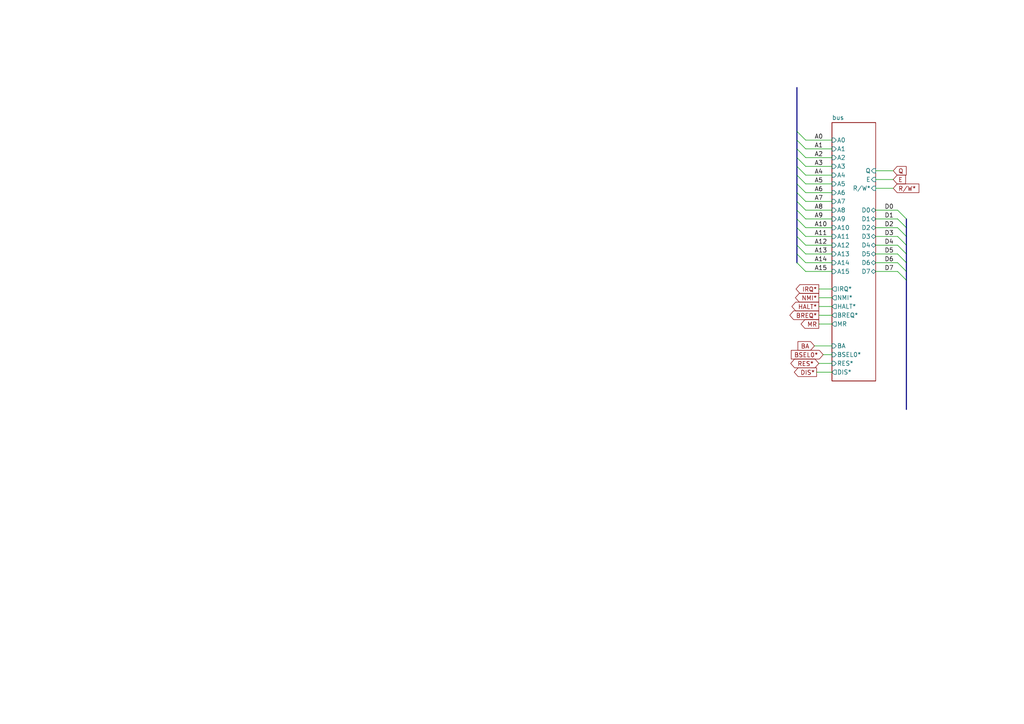
<source format=kicad_sch>
(kicad_sch
	(version 20231120)
	(generator "eeschema")
	(generator_version "8.0")
	(uuid "3e8d381f-0d29-4cd1-adc6-483261ac8509")
	(paper "A4")
	(title_block
		(title "M8 bus and board specification template")
		(date "2024-11-06")
		(rev "1")
		(company "kw")
	)
	(lib_symbols)
	(bus_entry
		(at 231.14 76.2)
		(size 2.54 2.54)
		(stroke
			(width 0)
			(type default)
		)
		(uuid "0dec6d2e-695a-4c3a-b305-5828b0179b14")
	)
	(bus_entry
		(at 231.14 53.34)
		(size 2.54 2.54)
		(stroke
			(width 0)
			(type default)
		)
		(uuid "120ab428-5af8-49c3-966d-b3ee23dc2295")
	)
	(bus_entry
		(at 260.35 68.58)
		(size 2.54 2.54)
		(stroke
			(width 0)
			(type default)
		)
		(uuid "1ebe13ef-c98e-4f41-8243-2ea2f16518c7")
	)
	(bus_entry
		(at 231.14 71.12)
		(size 2.54 2.54)
		(stroke
			(width 0)
			(type default)
		)
		(uuid "20be88e5-4cff-4065-adcd-93565b513a0b")
	)
	(bus_entry
		(at 231.14 50.8)
		(size 2.54 2.54)
		(stroke
			(width 0)
			(type default)
		)
		(uuid "2c8bff9a-c1a2-4596-a465-783b67e2817f")
	)
	(bus_entry
		(at 231.14 45.72)
		(size 2.54 2.54)
		(stroke
			(width 0)
			(type default)
		)
		(uuid "318d3c3e-fd36-41a8-b30a-7e25c246ba9a")
	)
	(bus_entry
		(at 260.35 71.12)
		(size 2.54 2.54)
		(stroke
			(width 0)
			(type default)
		)
		(uuid "3b3dcfac-f914-4a1b-8a33-d8fae8f7bfe5")
	)
	(bus_entry
		(at 231.14 48.26)
		(size 2.54 2.54)
		(stroke
			(width 0)
			(type default)
		)
		(uuid "3fa8f627-a551-493d-8120-8f9ce8ef181a")
	)
	(bus_entry
		(at 231.14 73.66)
		(size 2.54 2.54)
		(stroke
			(width 0)
			(type default)
		)
		(uuid "607b92c3-1058-4b4c-bec1-a14e7e5b2671")
	)
	(bus_entry
		(at 231.14 63.5)
		(size 2.54 2.54)
		(stroke
			(width 0)
			(type default)
		)
		(uuid "62065502-d33a-432a-acae-92e30875ef30")
	)
	(bus_entry
		(at 231.14 68.58)
		(size 2.54 2.54)
		(stroke
			(width 0)
			(type default)
		)
		(uuid "6bc20b13-45ef-442b-810a-60b14036ebf3")
	)
	(bus_entry
		(at 231.14 43.18)
		(size 2.54 2.54)
		(stroke
			(width 0)
			(type default)
		)
		(uuid "72cf5c90-7b66-4e86-998e-b0834d5120b8")
	)
	(bus_entry
		(at 231.14 58.42)
		(size 2.54 2.54)
		(stroke
			(width 0)
			(type default)
		)
		(uuid "83e9e3c2-d5fa-4f0d-b2b7-9c6c7151d2a4")
	)
	(bus_entry
		(at 260.35 60.96)
		(size 2.54 2.54)
		(stroke
			(width 0)
			(type default)
		)
		(uuid "874fa68e-b3b8-4961-9b36-3ef31057934f")
	)
	(bus_entry
		(at 231.14 60.96)
		(size 2.54 2.54)
		(stroke
			(width 0)
			(type default)
		)
		(uuid "8ae484a1-9ff3-4168-b035-8db4d722ccd2")
	)
	(bus_entry
		(at 231.14 55.88)
		(size 2.54 2.54)
		(stroke
			(width 0)
			(type default)
		)
		(uuid "8ceae69d-2cf2-434f-8ca9-b13f44131e54")
	)
	(bus_entry
		(at 260.35 66.04)
		(size 2.54 2.54)
		(stroke
			(width 0)
			(type default)
		)
		(uuid "90839a10-1748-447b-a8f6-5d8ba82ecd35")
	)
	(bus_entry
		(at 260.35 76.2)
		(size 2.54 2.54)
		(stroke
			(width 0)
			(type default)
		)
		(uuid "a6cad0c5-b73e-49ed-828b-b0c086d3bd08")
	)
	(bus_entry
		(at 231.14 38.1)
		(size 2.54 2.54)
		(stroke
			(width 0)
			(type default)
		)
		(uuid "b5667950-18dd-4a2c-adb0-71b6053b5d9f")
	)
	(bus_entry
		(at 260.35 63.5)
		(size 2.54 2.54)
		(stroke
			(width 0)
			(type default)
		)
		(uuid "b5e67cd4-159b-4582-9d53-9eabeaf539a0")
	)
	(bus_entry
		(at 260.35 73.66)
		(size 2.54 2.54)
		(stroke
			(width 0)
			(type default)
		)
		(uuid "b6a79f97-e6c2-47fa-9213-84abd85a9895")
	)
	(bus_entry
		(at 231.14 40.64)
		(size 2.54 2.54)
		(stroke
			(width 0)
			(type default)
		)
		(uuid "e98acb22-e0de-443c-965e-10558929a58e")
	)
	(bus_entry
		(at 231.14 66.04)
		(size 2.54 2.54)
		(stroke
			(width 0)
			(type default)
		)
		(uuid "ebd06bc3-41fd-4203-8e58-c424da999e00")
	)
	(bus_entry
		(at 260.35 78.74)
		(size 2.54 2.54)
		(stroke
			(width 0)
			(type default)
		)
		(uuid "f6fced90-3256-4881-845f-bc5b969c129d")
	)
	(bus
		(pts
			(xy 231.14 55.88) (xy 231.14 58.42)
		)
		(stroke
			(width 0)
			(type default)
		)
		(uuid "016d9fd7-9508-4105-9f05-853a83c69d99")
	)
	(bus
		(pts
			(xy 262.89 71.12) (xy 262.89 73.66)
		)
		(stroke
			(width 0)
			(type default)
		)
		(uuid "01a1fee0-7734-4ea2-98b3-7691ab3b4901")
	)
	(wire
		(pts
			(xy 233.68 55.88) (xy 241.3 55.88)
		)
		(stroke
			(width 0)
			(type default)
		)
		(uuid "043085cc-a0e5-45e4-a06a-8f705eee1577")
	)
	(bus
		(pts
			(xy 231.14 45.72) (xy 231.14 48.26)
		)
		(stroke
			(width 0)
			(type default)
		)
		(uuid "06bad009-59c1-497d-8972-d6096da8dba8")
	)
	(bus
		(pts
			(xy 262.89 73.66) (xy 262.89 76.2)
		)
		(stroke
			(width 0)
			(type default)
		)
		(uuid "1a49aafc-c630-4a1a-9e07-f31906b67a8f")
	)
	(wire
		(pts
			(xy 237.49 93.98) (xy 241.3 93.98)
		)
		(stroke
			(width 0)
			(type default)
		)
		(uuid "20423ae8-7a8f-4000-887d-946f43ae6f58")
	)
	(wire
		(pts
			(xy 254 60.96) (xy 260.35 60.96)
		)
		(stroke
			(width 0)
			(type default)
		)
		(uuid "247760d3-1c70-4430-ad05-cc57c7962f92")
	)
	(wire
		(pts
			(xy 237.49 83.82) (xy 241.3 83.82)
		)
		(stroke
			(width 0)
			(type default)
		)
		(uuid "25454718-eb3b-4786-9227-d006e8bbc603")
	)
	(bus
		(pts
			(xy 262.89 81.28) (xy 262.89 118.745)
		)
		(stroke
			(width 0)
			(type default)
		)
		(uuid "25baeaef-1652-4344-8e41-584cfd2fbfa9")
	)
	(wire
		(pts
			(xy 233.68 73.66) (xy 241.3 73.66)
		)
		(stroke
			(width 0)
			(type default)
		)
		(uuid "2726b756-9e31-4e50-91a8-d1bc86ffbac0")
	)
	(bus
		(pts
			(xy 262.89 63.5) (xy 262.89 66.04)
		)
		(stroke
			(width 0)
			(type default)
		)
		(uuid "2d50b438-bc57-49ba-9b4d-47f3d9f1d304")
	)
	(wire
		(pts
			(xy 254 68.58) (xy 260.35 68.58)
		)
		(stroke
			(width 0)
			(type default)
		)
		(uuid "2e01e73f-e47e-4903-8ca1-737298ebcb46")
	)
	(wire
		(pts
			(xy 233.68 45.72) (xy 241.3 45.72)
		)
		(stroke
			(width 0)
			(type default)
		)
		(uuid "2f956fa5-a649-4716-ae24-245ddb829978")
	)
	(wire
		(pts
			(xy 233.68 68.58) (xy 241.3 68.58)
		)
		(stroke
			(width 0)
			(type default)
		)
		(uuid "322ad630-6b28-42c1-a4be-b1415b5b9a1e")
	)
	(bus
		(pts
			(xy 231.14 38.1) (xy 231.14 25.4)
		)
		(stroke
			(width 0)
			(type default)
		)
		(uuid "39a31cdb-9468-4a36-9cb3-227d2dffc20e")
	)
	(wire
		(pts
			(xy 254 66.04) (xy 260.35 66.04)
		)
		(stroke
			(width 0)
			(type default)
		)
		(uuid "3f702db2-18a9-4e0e-a511-2da70d526e46")
	)
	(bus
		(pts
			(xy 262.89 68.58) (xy 262.89 71.12)
		)
		(stroke
			(width 0)
			(type default)
		)
		(uuid "4158b8ff-c96c-4726-bb3f-2fe64613d2f5")
	)
	(bus
		(pts
			(xy 231.14 38.1) (xy 231.14 40.64)
		)
		(stroke
			(width 0)
			(type default)
		)
		(uuid "4180dd7f-c1cd-43d5-a50d-db574174bbc6")
	)
	(bus
		(pts
			(xy 231.14 40.64) (xy 231.14 43.18)
		)
		(stroke
			(width 0)
			(type default)
		)
		(uuid "4255fd29-8574-4f68-b07b-d2df71022cee")
	)
	(wire
		(pts
			(xy 236.855 107.95) (xy 241.3 107.95)
		)
		(stroke
			(width 0)
			(type default)
		)
		(uuid "4401f3d1-f592-40db-9e14-111207cc5c3d")
	)
	(bus
		(pts
			(xy 231.14 71.12) (xy 231.14 73.66)
		)
		(stroke
			(width 0)
			(type default)
		)
		(uuid "4f211edc-5aca-477d-b786-f95f541cef16")
	)
	(wire
		(pts
			(xy 236.22 100.33) (xy 241.3 100.33)
		)
		(stroke
			(width 0)
			(type default)
		)
		(uuid "51c3d59d-7a83-446c-a5fb-956862d2d6c4")
	)
	(bus
		(pts
			(xy 231.14 63.5) (xy 231.14 66.04)
		)
		(stroke
			(width 0)
			(type default)
		)
		(uuid "5266f9e5-1c18-4a66-ba15-e5aff869f615")
	)
	(wire
		(pts
			(xy 237.49 88.9) (xy 241.3 88.9)
		)
		(stroke
			(width 0)
			(type default)
		)
		(uuid "583da812-7cc1-4162-bde8-20955ab75fb3")
	)
	(bus
		(pts
			(xy 262.89 78.74) (xy 262.89 81.28)
		)
		(stroke
			(width 0)
			(type default)
		)
		(uuid "5f821798-0ac8-46af-a92f-7d7d37a2ca67")
	)
	(wire
		(pts
			(xy 254 49.53) (xy 259.08 49.53)
		)
		(stroke
			(width 0)
			(type default)
		)
		(uuid "60a269d5-c18a-42bc-9cb5-21f681dbbdc4")
	)
	(bus
		(pts
			(xy 231.14 73.66) (xy 231.14 76.2)
		)
		(stroke
			(width 0)
			(type default)
		)
		(uuid "676f6d3e-948e-4106-af96-84ea86485275")
	)
	(bus
		(pts
			(xy 231.14 48.26) (xy 231.14 50.8)
		)
		(stroke
			(width 0)
			(type default)
		)
		(uuid "724bd06f-a4ff-47d8-bd9d-188d8a39cf15")
	)
	(bus
		(pts
			(xy 231.14 50.8) (xy 231.14 53.34)
		)
		(stroke
			(width 0)
			(type default)
		)
		(uuid "77fc9a17-788f-4eec-9732-b05d40054ae3")
	)
	(wire
		(pts
			(xy 254 78.74) (xy 260.35 78.74)
		)
		(stroke
			(width 0)
			(type default)
		)
		(uuid "7faf65a0-bcf6-4d62-ac4b-9f9a919160e8")
	)
	(wire
		(pts
			(xy 238.76 102.87) (xy 241.3 102.87)
		)
		(stroke
			(width 0)
			(type default)
		)
		(uuid "83e61f22-2b41-4e26-a3b2-14b3f26235d8")
	)
	(bus
		(pts
			(xy 231.14 66.04) (xy 231.14 68.58)
		)
		(stroke
			(width 0)
			(type default)
		)
		(uuid "84a7aeec-07dc-4051-8127-1d58777664d9")
	)
	(wire
		(pts
			(xy 254 52.07) (xy 259.08 52.07)
		)
		(stroke
			(width 0)
			(type default)
		)
		(uuid "8558b50d-a283-4124-a054-acd7d1c82a65")
	)
	(wire
		(pts
			(xy 233.68 43.18) (xy 241.3 43.18)
		)
		(stroke
			(width 0)
			(type default)
		)
		(uuid "8999508b-b212-416a-882b-94474959631a")
	)
	(bus
		(pts
			(xy 231.14 68.58) (xy 231.14 71.12)
		)
		(stroke
			(width 0)
			(type default)
		)
		(uuid "9060daa9-73f4-4311-aed0-db34d8ed572c")
	)
	(wire
		(pts
			(xy 233.68 66.04) (xy 241.3 66.04)
		)
		(stroke
			(width 0)
			(type default)
		)
		(uuid "933476d0-c1a2-4eb1-b815-a82241e46293")
	)
	(wire
		(pts
			(xy 237.49 105.41) (xy 241.3 105.41)
		)
		(stroke
			(width 0)
			(type default)
		)
		(uuid "9920f509-7bf7-47f6-98c0-a3530c922296")
	)
	(wire
		(pts
			(xy 254 73.66) (xy 260.35 73.66)
		)
		(stroke
			(width 0)
			(type default)
		)
		(uuid "9a3c80a5-3187-4f75-8274-827b409aa0d1")
	)
	(wire
		(pts
			(xy 233.68 50.8) (xy 241.3 50.8)
		)
		(stroke
			(width 0)
			(type default)
		)
		(uuid "9c0ed311-6bb8-4d34-9f5c-351dc48d9554")
	)
	(wire
		(pts
			(xy 233.68 40.64) (xy 241.3 40.64)
		)
		(stroke
			(width 0)
			(type default)
		)
		(uuid "a6b2bbe1-2187-4c30-9fa3-36f0d154e375")
	)
	(wire
		(pts
			(xy 254 54.61) (xy 259.08 54.61)
		)
		(stroke
			(width 0)
			(type default)
		)
		(uuid "a7cd4eca-23f3-4f95-8079-7b99bbed36d0")
	)
	(bus
		(pts
			(xy 231.14 53.34) (xy 231.14 55.88)
		)
		(stroke
			(width 0)
			(type default)
		)
		(uuid "ab60d457-96c0-44d9-b777-84556f628460")
	)
	(wire
		(pts
			(xy 254 71.12) (xy 260.35 71.12)
		)
		(stroke
			(width 0)
			(type default)
		)
		(uuid "b73ff5a2-4f14-415f-b185-1161ffcad3dc")
	)
	(wire
		(pts
			(xy 233.68 63.5) (xy 241.3 63.5)
		)
		(stroke
			(width 0)
			(type default)
		)
		(uuid "b7942ab2-235a-4432-9504-7b996ae4a7e0")
	)
	(bus
		(pts
			(xy 231.14 60.96) (xy 231.14 63.5)
		)
		(stroke
			(width 0)
			(type default)
		)
		(uuid "b8c63d14-af65-453a-8fc6-0df5dc0c628e")
	)
	(wire
		(pts
			(xy 233.68 58.42) (xy 241.3 58.42)
		)
		(stroke
			(width 0)
			(type default)
		)
		(uuid "c1f621d5-b038-4c30-80ca-f63ff659fd32")
	)
	(wire
		(pts
			(xy 237.49 91.44) (xy 241.3 91.44)
		)
		(stroke
			(width 0)
			(type default)
		)
		(uuid "c29c1cda-1d62-4d31-b95b-f5dc8dd1c901")
	)
	(wire
		(pts
			(xy 233.68 71.12) (xy 241.3 71.12)
		)
		(stroke
			(width 0)
			(type default)
		)
		(uuid "cb7afe0e-56c1-4e20-aa15-5069ef635dde")
	)
	(bus
		(pts
			(xy 262.89 76.2) (xy 262.89 78.74)
		)
		(stroke
			(width 0)
			(type default)
		)
		(uuid "d2947902-92ce-4c12-99c9-a7b01de08eb9")
	)
	(wire
		(pts
			(xy 254 76.2) (xy 260.35 76.2)
		)
		(stroke
			(width 0)
			(type default)
		)
		(uuid "d7bbd3b4-1823-4af5-b28e-b629feb7f69d")
	)
	(wire
		(pts
			(xy 237.49 86.36) (xy 241.3 86.36)
		)
		(stroke
			(width 0)
			(type default)
		)
		(uuid "decbc31c-7401-4524-b84e-6f36e26a40bc")
	)
	(bus
		(pts
			(xy 231.14 58.42) (xy 231.14 60.96)
		)
		(stroke
			(width 0)
			(type default)
		)
		(uuid "e47b767f-80a9-42b0-b712-35f1dbf3822a")
	)
	(bus
		(pts
			(xy 231.14 43.18) (xy 231.14 45.72)
		)
		(stroke
			(width 0)
			(type default)
		)
		(uuid "e67ec9d8-d965-4b2e-bf18-02e967b0e229")
	)
	(wire
		(pts
			(xy 233.68 53.34) (xy 241.3 53.34)
		)
		(stroke
			(width 0)
			(type default)
		)
		(uuid "ec1dbf62-003b-4c55-8f1e-2bbcbdaca1bb")
	)
	(wire
		(pts
			(xy 233.68 60.96) (xy 241.3 60.96)
		)
		(stroke
			(width 0)
			(type default)
		)
		(uuid "ee6897bd-9063-4f26-bb87-693b169bc4da")
	)
	(wire
		(pts
			(xy 233.68 78.74) (xy 241.3 78.74)
		)
		(stroke
			(width 0)
			(type default)
		)
		(uuid "ef111c03-4035-497e-a834-ad9340b508e4")
	)
	(wire
		(pts
			(xy 233.68 48.26) (xy 241.3 48.26)
		)
		(stroke
			(width 0)
			(type default)
		)
		(uuid "f61e18f9-c15c-4e4d-af04-6532e5e8a6a3")
	)
	(wire
		(pts
			(xy 254 63.5) (xy 260.35 63.5)
		)
		(stroke
			(width 0)
			(type default)
		)
		(uuid "fc67f35a-89a9-415e-a59f-7a8376c71607")
	)
	(bus
		(pts
			(xy 262.89 66.04) (xy 262.89 68.58)
		)
		(stroke
			(width 0)
			(type default)
		)
		(uuid "fc728d39-8cd1-4054-9d21-e1f56dc44636")
	)
	(wire
		(pts
			(xy 233.68 76.2) (xy 241.3 76.2)
		)
		(stroke
			(width 0)
			(type default)
		)
		(uuid "fc798677-816e-4df9-be09-9ddbf6b78cd6")
	)
	(label "A4"
		(at 236.22 50.8 0)
		(fields_autoplaced yes)
		(effects
			(font
				(size 1.27 1.27)
			)
			(justify left bottom)
		)
		(uuid "134f664f-faad-4673-8cdb-16fe141bb292")
	)
	(label "D1"
		(at 256.54 63.5 0)
		(fields_autoplaced yes)
		(effects
			(font
				(size 1.27 1.27)
			)
			(justify left bottom)
		)
		(uuid "1e4d5f10-2aa7-4c39-9a4a-01d8598b15dc")
	)
	(label "A9"
		(at 236.22 63.5 0)
		(fields_autoplaced yes)
		(effects
			(font
				(size 1.27 1.27)
			)
			(justify left bottom)
		)
		(uuid "47b44a5b-8086-42f8-a64d-e386f7a2b25e")
	)
	(label "A8"
		(at 236.22 60.96 0)
		(fields_autoplaced yes)
		(effects
			(font
				(size 1.27 1.27)
			)
			(justify left bottom)
		)
		(uuid "4a86192d-e7b8-420e-800c-d247ee8173d8")
	)
	(label "A11"
		(at 236.22 68.58 0)
		(fields_autoplaced yes)
		(effects
			(font
				(size 1.27 1.27)
			)
			(justify left bottom)
		)
		(uuid "4f23ed25-0dd2-441e-9bb9-9903bea5738c")
	)
	(label "D3"
		(at 256.54 68.58 0)
		(fields_autoplaced yes)
		(effects
			(font
				(size 1.27 1.27)
			)
			(justify left bottom)
		)
		(uuid "4f455e2e-d8b6-4273-b9a0-5eb4136480ed")
	)
	(label "A7"
		(at 236.22 58.42 0)
		(fields_autoplaced yes)
		(effects
			(font
				(size 1.27 1.27)
			)
			(justify left bottom)
		)
		(uuid "56eb33b3-8256-4ce4-a240-6502f380164e")
	)
	(label "D5"
		(at 256.54 73.66 0)
		(fields_autoplaced yes)
		(effects
			(font
				(size 1.27 1.27)
			)
			(justify left bottom)
		)
		(uuid "58336af7-28b6-4a42-9cd3-4edbcc7ccbc8")
	)
	(label "A12"
		(at 236.22 71.12 0)
		(fields_autoplaced yes)
		(effects
			(font
				(size 1.27 1.27)
			)
			(justify left bottom)
		)
		(uuid "6e8c1976-fbdc-4798-b1e1-9b144cc05c81")
	)
	(label "D2"
		(at 256.54 66.04 0)
		(fields_autoplaced yes)
		(effects
			(font
				(size 1.27 1.27)
			)
			(justify left bottom)
		)
		(uuid "852a7f13-03e6-4556-9a36-89b1f3c150c3")
	)
	(label "A10"
		(at 236.22 66.04 0)
		(fields_autoplaced yes)
		(effects
			(font
				(size 1.27 1.27)
			)
			(justify left bottom)
		)
		(uuid "8d43bd77-9e61-4633-8e3a-6c65963e5f17")
	)
	(label "A13"
		(at 236.22 73.66 0)
		(fields_autoplaced yes)
		(effects
			(font
				(size 1.27 1.27)
			)
			(justify left bottom)
		)
		(uuid "90a2bd45-5612-4657-abdb-7c6c5d03ae71")
	)
	(label "D6"
		(at 256.54 76.2 0)
		(fields_autoplaced yes)
		(effects
			(font
				(size 1.27 1.27)
			)
			(justify left bottom)
		)
		(uuid "9395aab0-a10a-441b-a06c-92221413aece")
	)
	(label "A6"
		(at 236.22 55.88 0)
		(fields_autoplaced yes)
		(effects
			(font
				(size 1.27 1.27)
			)
			(justify left bottom)
		)
		(uuid "9f22f618-b6d4-4bd5-8af7-ec63a56e40f4")
	)
	(label "A15"
		(at 236.22 78.74 0)
		(fields_autoplaced yes)
		(effects
			(font
				(size 1.27 1.27)
			)
			(justify left bottom)
		)
		(uuid "a34b843d-3aec-4e53-882e-2b8a575b7cb0")
	)
	(label "A1"
		(at 236.22 43.18 0)
		(fields_autoplaced yes)
		(effects
			(font
				(size 1.27 1.27)
			)
			(justify left bottom)
		)
		(uuid "b1dc1f6e-c402-4248-9f02-7727184aaa3e")
	)
	(label "A14"
		(at 236.22 76.2 0)
		(fields_autoplaced yes)
		(effects
			(font
				(size 1.27 1.27)
			)
			(justify left bottom)
		)
		(uuid "b28cd8d9-7da2-437a-a95b-721bcbf20dc1")
	)
	(label "A0"
		(at 236.22 40.64 0)
		(fields_autoplaced yes)
		(effects
			(font
				(size 1.27 1.27)
			)
			(justify left bottom)
		)
		(uuid "c1b13321-5ff3-490b-bd58-717279bb0bb8")
	)
	(label "A2"
		(at 236.22 45.72 0)
		(fields_autoplaced yes)
		(effects
			(font
				(size 1.27 1.27)
			)
			(justify left bottom)
		)
		(uuid "c280207c-6925-46f0-b2b7-2cb08d767feb")
	)
	(label "A3"
		(at 236.22 48.26 0)
		(fields_autoplaced yes)
		(effects
			(font
				(size 1.27 1.27)
			)
			(justify left bottom)
		)
		(uuid "cd68bf29-ae69-421b-be40-af251640a7d8")
	)
	(label "D4"
		(at 256.54 71.12 0)
		(fields_autoplaced yes)
		(effects
			(font
				(size 1.27 1.27)
			)
			(justify left bottom)
		)
		(uuid "d4c7928a-04e6-4f5b-bef8-26623a15940b")
	)
	(label "D7"
		(at 256.54 78.74 0)
		(fields_autoplaced yes)
		(effects
			(font
				(size 1.27 1.27)
			)
			(justify left bottom)
		)
		(uuid "dfdb886f-82d6-442c-b1e2-c75bee25db2b")
	)
	(label "A5"
		(at 236.22 53.34 0)
		(fields_autoplaced yes)
		(effects
			(font
				(size 1.27 1.27)
			)
			(justify left bottom)
		)
		(uuid "f219e2e7-db4c-417e-9e11-1f219fb66732")
	)
	(label "D0"
		(at 256.54 60.96 0)
		(fields_autoplaced yes)
		(effects
			(font
				(size 1.27 1.27)
			)
			(justify left bottom)
		)
		(uuid "f3de90e5-5fc1-4cba-b847-03f17b313591")
	)
	(global_label "E"
		(shape input)
		(at 259.08 52.07 0)
		(fields_autoplaced yes)
		(effects
			(font
				(size 1.27 1.27)
			)
			(justify left)
		)
		(uuid "0d3b1e2c-141c-4916-9013-c2cb0feebac3")
		(property "Intersheetrefs" "${INTERSHEET_REFS}"
			(at 262.6421 51.9906 0)
			(effects
				(font
					(size 1.27 1.27)
				)
				(justify left)
				(hide yes)
			)
		)
	)
	(global_label "DIS*"
		(shape output)
		(at 236.855 107.95 180)
		(fields_autoplaced yes)
		(effects
			(font
				(size 1.27 1.27)
			)
			(justify right)
		)
		(uuid "16d265da-b3e0-4de8-9856-11def53dcd36")
		(property "Intersheetrefs" "${INTERSHEET_REFS}"
			(at 229.8179 107.95 0)
			(effects
				(font
					(size 1.27 1.27)
				)
				(justify right)
				(hide yes)
			)
		)
	)
	(global_label "HALT*"
		(shape output)
		(at 237.49 88.9 180)
		(fields_autoplaced yes)
		(effects
			(font
				(size 1.27 1.27)
			)
			(justify right)
		)
		(uuid "1deb2202-bcf8-45d2-8311-d5516c135674")
		(property "Intersheetrefs" "${INTERSHEET_REFS}"
			(at 229.6945 88.8206 0)
			(effects
				(font
					(size 1.27 1.27)
				)
				(justify right)
				(hide yes)
			)
		)
	)
	(global_label "Q"
		(shape input)
		(at 259.08 49.53 0)
		(fields_autoplaced yes)
		(effects
			(font
				(size 1.27 1.27)
			)
			(justify left)
		)
		(uuid "46e1b3f0-e6e1-4923-8486-6e8ecc445c58")
		(property "Intersheetrefs" "${INTERSHEET_REFS}"
			(at 263.3957 49.53 0)
			(effects
				(font
					(size 1.27 1.27)
				)
				(justify left)
				(hide yes)
			)
		)
	)
	(global_label "BSEL0*"
		(shape input)
		(at 238.76 102.87 180)
		(fields_autoplaced yes)
		(effects
			(font
				(size 1.27 1.27)
			)
			(justify right)
		)
		(uuid "49dfcd10-2f13-4b9b-aaa8-f87cec1bccb5")
		(property "Intersheetrefs" "${INTERSHEET_REFS}"
			(at 228.9411 102.87 0)
			(effects
				(font
					(size 1.27 1.27)
				)
				(justify right)
				(hide yes)
			)
		)
	)
	(global_label "NMI*"
		(shape output)
		(at 237.49 86.36 180)
		(fields_autoplaced yes)
		(effects
			(font
				(size 1.27 1.27)
			)
			(justify right)
		)
		(uuid "4b399d62-895b-49a9-8fc9-27e0f7c39217")
		(property "Intersheetrefs" "${INTERSHEET_REFS}"
			(at 230.7226 86.2806 0)
			(effects
				(font
					(size 1.27 1.27)
				)
				(justify right)
				(hide yes)
			)
		)
	)
	(global_label "R{slash}W*"
		(shape input)
		(at 259.08 54.61 0)
		(fields_autoplaced yes)
		(effects
			(font
				(size 1.27 1.27)
			)
			(justify left)
		)
		(uuid "62556ec4-0e76-49c5-920a-1d30d417368f")
		(property "Intersheetrefs" "${INTERSHEET_REFS}"
			(at 266.5126 54.5306 0)
			(effects
				(font
					(size 1.27 1.27)
				)
				(justify left)
				(hide yes)
			)
		)
	)
	(global_label "MR"
		(shape output)
		(at 237.49 93.98 180)
		(fields_autoplaced yes)
		(effects
			(font
				(size 1.27 1.27)
			)
			(justify right)
		)
		(uuid "8f77e68d-645a-426e-98f0-305ad02082c8")
		(property "Intersheetrefs" "${INTERSHEET_REFS}"
			(at 232.3555 93.9006 0)
			(effects
				(font
					(size 1.27 1.27)
				)
				(justify right)
				(hide yes)
			)
		)
	)
	(global_label "BREQ*"
		(shape output)
		(at 237.49 91.44 180)
		(fields_autoplaced yes)
		(effects
			(font
				(size 1.27 1.27)
			)
			(justify right)
		)
		(uuid "9661eba3-51dd-40a8-8489-c0748cbb51bf")
		(property "Intersheetrefs" "${INTERSHEET_REFS}"
			(at 228.5177 91.44 0)
			(effects
				(font
					(size 1.27 1.27)
				)
				(justify right)
				(hide yes)
			)
		)
	)
	(global_label "RES*"
		(shape bidirectional)
		(at 237.49 105.41 180)
		(fields_autoplaced yes)
		(effects
			(font
				(size 1.27 1.27)
			)
			(justify right)
		)
		(uuid "acab979a-3583-4eef-ab7f-428b9169e634")
		(property "Intersheetrefs" "${INTERSHEET_REFS}"
			(at 230.4807 105.3306 0)
			(effects
				(font
					(size 1.27 1.27)
				)
				(justify right)
				(hide yes)
			)
		)
	)
	(global_label "IRQ*"
		(shape output)
		(at 237.49 83.82 180)
		(fields_autoplaced yes)
		(effects
			(font
				(size 1.27 1.27)
			)
			(justify right)
		)
		(uuid "b44d46e7-1afc-4642-8806-66f02e2705ca")
		(property "Intersheetrefs" "${INTERSHEET_REFS}"
			(at 230.3319 83.82 0)
			(effects
				(font
					(size 1.27 1.27)
				)
				(justify right)
				(hide yes)
			)
		)
	)
	(global_label "BA"
		(shape input)
		(at 236.22 100.33 180)
		(fields_autoplaced yes)
		(effects
			(font
				(size 1.27 1.27)
			)
			(justify right)
		)
		(uuid "ffc4db87-8176-40bb-b201-699e82a0a8f4")
		(property "Intersheetrefs" "${INTERSHEET_REFS}"
			(at 231.4483 100.2506 0)
			(effects
				(font
					(size 1.27 1.27)
				)
				(justify right)
				(hide yes)
			)
		)
	)
	(sheet
		(at 241.3 35.56)
		(size 12.7 74.93)
		(fields_autoplaced yes)
		(stroke
			(width 0.1524)
			(type solid)
		)
		(fill
			(color 0 0 0 0.0000)
		)
		(uuid "af1e41a5-a854-4edc-8e2c-44661f7ac4cf")
		(property "Sheetname" "bus"
			(at 241.3 34.8484 0)
			(effects
				(font
					(size 1.27 1.27)
				)
				(justify left bottom)
			)
		)
		(property "Sheetfile" "bus_sch.kicad_sch"
			(at 241.3 111.0746 0)
			(effects
				(font
					(size 1.27 1.27)
				)
				(justify left top)
				(hide yes)
			)
		)
		(pin "A15" input
			(at 241.3 78.74 180)
			(effects
				(font
					(size 1.27 1.27)
				)
				(justify left)
			)
			(uuid "c4e0b195-5fe1-401a-9ebb-6af75c07faf4")
		)
		(pin "HALT*" output
			(at 241.3 88.9 180)
			(effects
				(font
					(size 1.27 1.27)
				)
				(justify left)
			)
			(uuid "583aea52-33b8-4c0f-b9b9-2e6d32b7619e")
		)
		(pin "A13" input
			(at 241.3 73.66 180)
			(effects
				(font
					(size 1.27 1.27)
				)
				(justify left)
			)
			(uuid "1651e2be-f6a0-42d8-b966-3611c83e51d9")
		)
		(pin "A12" input
			(at 241.3 71.12 180)
			(effects
				(font
					(size 1.27 1.27)
				)
				(justify left)
			)
			(uuid "97b42d25-e8ef-4cce-8b23-9b6436401edc")
		)
		(pin "A14" input
			(at 241.3 76.2 180)
			(effects
				(font
					(size 1.27 1.27)
				)
				(justify left)
			)
			(uuid "c50ef366-f77f-41ec-97dc-a858dea3dde5")
		)
		(pin "DIS*" output
			(at 241.3 107.95 180)
			(effects
				(font
					(size 1.27 1.27)
				)
				(justify left)
			)
			(uuid "32741d8f-ba6b-4453-974d-d7fcaf880220")
		)
		(pin "D7" bidirectional
			(at 254 78.74 0)
			(effects
				(font
					(size 1.27 1.27)
				)
				(justify right)
			)
			(uuid "b96d5f1b-f9f9-4e5e-98ed-2bec99e501f4")
		)
		(pin "D1" bidirectional
			(at 254 63.5 0)
			(effects
				(font
					(size 1.27 1.27)
				)
				(justify right)
			)
			(uuid "6969e487-0e07-450b-8285-609c924f815d")
		)
		(pin "D0" bidirectional
			(at 254 60.96 0)
			(effects
				(font
					(size 1.27 1.27)
				)
				(justify right)
			)
			(uuid "63387dfa-a70a-4d73-8b4b-01f875851e4d")
		)
		(pin "D2" bidirectional
			(at 254 66.04 0)
			(effects
				(font
					(size 1.27 1.27)
				)
				(justify right)
			)
			(uuid "1c6f7657-2b27-4db9-9387-3988bae223d6")
		)
		(pin "D6" bidirectional
			(at 254 76.2 0)
			(effects
				(font
					(size 1.27 1.27)
				)
				(justify right)
			)
			(uuid "cb1acb07-54f5-4cf5-84a7-7351f4e84fd2")
		)
		(pin "D4" bidirectional
			(at 254 71.12 0)
			(effects
				(font
					(size 1.27 1.27)
				)
				(justify right)
			)
			(uuid "29976117-1102-449a-8f19-9aeb2d20c878")
		)
		(pin "D5" bidirectional
			(at 254 73.66 0)
			(effects
				(font
					(size 1.27 1.27)
				)
				(justify right)
			)
			(uuid "972893e0-e0fb-405d-b923-addcf51f24a7")
		)
		(pin "D3" bidirectional
			(at 254 68.58 0)
			(effects
				(font
					(size 1.27 1.27)
				)
				(justify right)
			)
			(uuid "893513d3-0527-408d-b2dd-66708c18d6cd")
		)
		(pin "A5" input
			(at 241.3 53.34 180)
			(effects
				(font
					(size 1.27 1.27)
				)
				(justify left)
			)
			(uuid "6ccb2a77-bf8a-4b30-b227-1ae1365926e5")
		)
		(pin "A6" input
			(at 241.3 55.88 180)
			(effects
				(font
					(size 1.27 1.27)
				)
				(justify left)
			)
			(uuid "12607205-2837-47ab-9e72-34794df21b7a")
		)
		(pin "A7" input
			(at 241.3 58.42 180)
			(effects
				(font
					(size 1.27 1.27)
				)
				(justify left)
			)
			(uuid "6ad67bfb-333d-4f66-a114-9fde251599f0")
		)
		(pin "A8" input
			(at 241.3 60.96 180)
			(effects
				(font
					(size 1.27 1.27)
				)
				(justify left)
			)
			(uuid "0c81d77e-24f7-4624-bf45-dde543495c3b")
		)
		(pin "A9" input
			(at 241.3 63.5 180)
			(effects
				(font
					(size 1.27 1.27)
				)
				(justify left)
			)
			(uuid "e7c924c1-bc5c-4063-96ee-a95a7710a821")
		)
		(pin "BA" input
			(at 241.3 100.33 180)
			(effects
				(font
					(size 1.27 1.27)
				)
				(justify left)
			)
			(uuid "83067e9b-4fda-4c16-bc1f-4a1ba5179141")
		)
		(pin "RES*" input
			(at 241.3 105.41 180)
			(effects
				(font
					(size 1.27 1.27)
				)
				(justify left)
			)
			(uuid "df88b678-d327-44ad-b50e-fbe5ea51a281")
		)
		(pin "R{slash}W*" input
			(at 254 54.61 0)
			(effects
				(font
					(size 1.27 1.27)
				)
				(justify right)
			)
			(uuid "4d5e2274-89cd-4ad7-ba0b-dbdd7b2f562d")
		)
		(pin "E" input
			(at 254 52.07 0)
			(effects
				(font
					(size 1.27 1.27)
				)
				(justify right)
			)
			(uuid "b4a7886a-2956-4718-9a47-7c41c8513cf4")
		)
		(pin "A0" input
			(at 241.3 40.64 180)
			(effects
				(font
					(size 1.27 1.27)
				)
				(justify left)
			)
			(uuid "946218ff-0255-4ab9-8fc1-d4b128998019")
		)
		(pin "A4" input
			(at 241.3 50.8 180)
			(effects
				(font
					(size 1.27 1.27)
				)
				(justify left)
			)
			(uuid "e824b28a-cfcd-40e8-b7f5-4cb0e102790f")
		)
		(pin "A1" input
			(at 241.3 43.18 180)
			(effects
				(font
					(size 1.27 1.27)
				)
				(justify left)
			)
			(uuid "c8067160-f9aa-4fb7-9a3e-14a722d1bfa5")
		)
		(pin "A3" input
			(at 241.3 48.26 180)
			(effects
				(font
					(size 1.27 1.27)
				)
				(justify left)
			)
			(uuid "b28f45d5-5f20-4c01-a70f-a67281be76b1")
		)
		(pin "A2" input
			(at 241.3 45.72 180)
			(effects
				(font
					(size 1.27 1.27)
				)
				(justify left)
			)
			(uuid "0bcd17ab-daa2-4158-8f1b-8461c090e254")
		)
		(pin "A10" input
			(at 241.3 66.04 180)
			(effects
				(font
					(size 1.27 1.27)
				)
				(justify left)
			)
			(uuid "d9acf34b-ab5c-4a9e-a588-91e83c0d3198")
		)
		(pin "A11" input
			(at 241.3 68.58 180)
			(effects
				(font
					(size 1.27 1.27)
				)
				(justify left)
			)
			(uuid "a9a7dd23-00c2-4b48-800f-8cc679d2f3c2")
		)
		(pin "BSEL0*" input
			(at 241.3 102.87 180)
			(effects
				(font
					(size 1.27 1.27)
				)
				(justify left)
			)
			(uuid "bcf8a6db-76ec-45e4-9f0d-14dab61edead")
		)
		(pin "Q" input
			(at 254 49.53 0)
			(effects
				(font
					(size 1.27 1.27)
				)
				(justify right)
			)
			(uuid "e9117fda-07d5-4004-ab19-90d359e8c80a")
		)
		(pin "BREQ*" output
			(at 241.3 91.44 180)
			(effects
				(font
					(size 1.27 1.27)
				)
				(justify left)
			)
			(uuid "4a155d09-39a7-457e-8995-21102fd3af05")
		)
		(pin "MR" output
			(at 241.3 93.98 180)
			(effects
				(font
					(size 1.27 1.27)
				)
				(justify left)
			)
			(uuid "7e258171-2443-4680-9c7f-18d7a5067fc6")
		)
		(pin "NMI*" output
			(at 241.3 86.36 180)
			(effects
				(font
					(size 1.27 1.27)
				)
				(justify left)
			)
			(uuid "2e230ddf-d655-43fd-af7d-1301cf771fb8")
		)
		(pin "IRQ*" output
			(at 241.3 83.82 180)
			(effects
				(font
					(size 1.27 1.27)
				)
				(justify left)
			)
			(uuid "c29963c3-6762-453f-8d1d-d4aecc550ded")
		)
		(instances
			(project "m8"
				(path "/3e8d381f-0d29-4cd1-adc6-483261ac8509"
					(page "3")
				)
			)
		)
	)
	(sheet_instances
		(path "/"
			(page "1")
		)
	)
)

</source>
